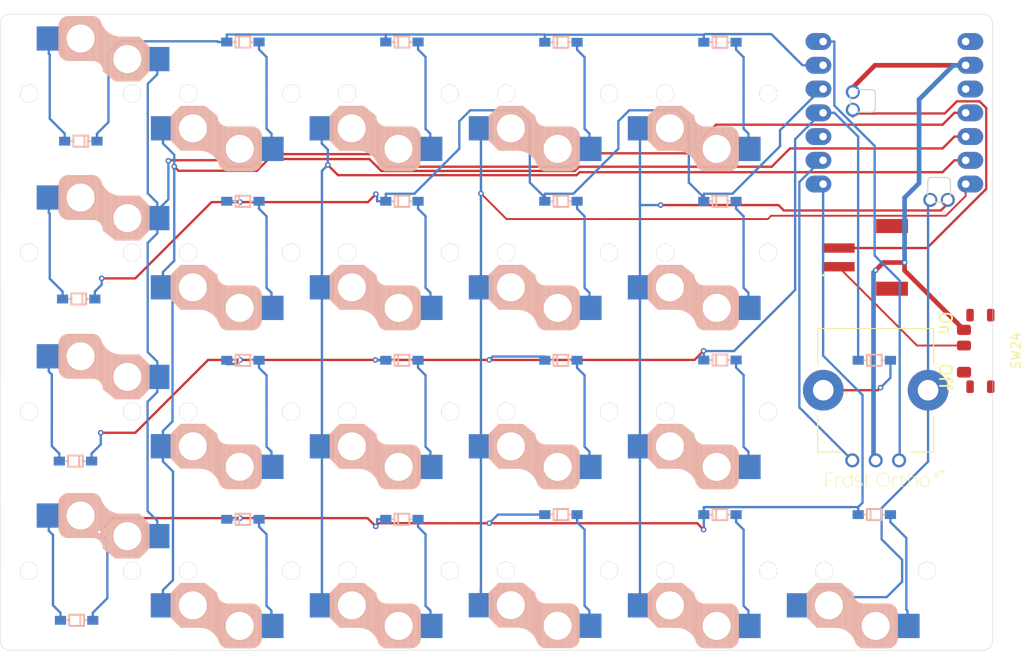
<source format=kicad_pcb>
(kicad_pcb (version 20241229) (generator "pcbnew") (generator_version "9.0")
  (layers (0 "F.Cu" signal) (2 "B.Cu" signal) (13 "F.Paste" user) (15 "B.Paste" user) (5 "F.SilkS" user "F.Silkscreen") (7 "B.SilkS" user "B.Silkscreen") (1 "F.Mask" user) (3 "B.Mask" user) (25 "Edge.Cuts" user))
  (net 0 "")
  (net 1 "Bat")
  (net 2 "Net-(B1--)")
  (net 3 "Net-(D1-A)")
  (net 4 "Row0")
  (net 5 "Net-(D2-A)")
  (net 6 "Row1")
  (net 7 "Net-(D3-A)")
  (net 8 "Row2")
  (net 9 "Net-(D4-A)")
  (net 10 "Row3")
  (net 11 "Net-(D5-A)")
  (net 12 "Net-(D6-A)")
  (net 13 "Net-(D7-A)")
  (net 14 "Net-(D8-A)")
  (net 15 "Net-(D9-A)")
  (net 16 "Net-(D10-A)")
  (net 17 "Net-(D11-A)")
  (net 18 "Net-(D12-A)")
  (net 19 "Net-(D13-A)")
  (net 20 "Net-(D14-A)")
  (net 21 "Net-(D15-A)")
  (net 22 "Net-(D16-A)")
  (net 23 "Net-(D17-A)")
  (net 24 "Net-(D18-A)")
  (net 25 "Net-(D19-A)")
  (net 26 "Net-(D20-A)")
  (net 27 "Net-(D21-A)")
  (net 28 "Col0")
  (net 29 "Col1")
  (net 30 "Col2")
  (net 31 "Col3")
  (net 32 "Col4")
  (net 33 "Col5")
  (net 34 "Net-(D22-A)")
  (net 35 "GND")
  (net 36 "VCC")
  (net 39 "RE_B")
  (net 41 "RE_A1")
  (footprint "roBa:Diode_SMD" (layer "F.Cu") (at 109.5734 23)
    (property "Reference" "D17")
    (property "Value" "D" (hide yes))
  )
  (footprint "roBa:Diode_SMD" (layer "F.Cu") (at 92.5734 57)
    (property "Reference" "D15")
    (property "Value" "D" (hide yes))
  )
  (footprint "Assemble:Choc_Hotswap_1L" (layer "F.Cu") (at 112 28.5)
    (property "Reference" "SW17" (hide yes))
    (property "Value" "SW_PUSH" (hide yes))
  )
  (footprint "Assemble:Choc_Hotswap_1L" (layer "F.Cu") (at 44 28.5 180)
    (property "Reference" "SW1" (hide yes))
    (property "Value" "SW_PUSH" (hide yes))
  )
  (footprint "roBa:Diode_SMD" (layer "F.Cu") (at 109.5734 56.975)
    (property "Reference" "D19")
    (property "Value" "D" (hide yes))
  )
  (footprint "roBa:Diode_SMD" (layer "F.Cu") (at 126.0734 73.5)
    (property "Reference" "D22")
    (property "Value" "D" (hide yes))
  )
  (footprint "roBa:JST_S2B-PH-SM4-TB" (layer "F.Cu") (at 125 46 -90)
    (property "Reference" "B1" (hide yes))
    (property "Value" "BATT")
  )
  (footprint "Assemble:Choc_Hotswap_1L" (layer "F.Cu") (at 95 62.5)
    (property "Reference" "SW15" (hide yes))
    (property "Value" "SW_PUSH" (hide yes))
  )
  (footprint "roBa:Diode_SMD" (layer "F.Cu") (at 75.5734 57)
    (property "Reference" "D11")
    (property "Value" "D" (hide yes))
  )
  (footprint "Assemble:Choc_Hotswap_1L" (layer "F.Cu") (at 95 45.5)
    (property "Reference" "SW14" (hide yes))
    (property "Value" "SW_PUSH" (hide yes))
  )
  (footprint "Assemble:Choc_Hotswap_1L" (layer "F.Cu") (at 61 79.5)
    (property "Reference" "SW8" (hide yes))
    (property "Value" "SW_PUSH" (hide yes))
  )
  (footprint "roBa:XIAO_nRF52840_wBAT_wNFC_1" (layer "F.Cu") (at 131 20.044)
    (property "Reference" "U1" (hide yes))
    (property "Value" "~" (hide yes))
    (fp_line (start -4.707753 9.749447) (end -4.707753 8.708047) (stroke (width 0.12)) (layer "Edge.Cuts"))
    (fp_line (start -4.021953 8.022247) (end -2.421753 8.022247) (stroke (width 0.12)) (layer "Edge.Cuts"))
    (fp_line (start -2.421753 10.435247) (end -4.021953 10.435247) (stroke (width 0.12)) (layer "Edge.Cuts"))
    (fp_line (start -2.040753 8.403247) (end -2.040753 10.054247) (stroke (width 0.12)) (layer "Edge.Cuts"))
    (fp_line (start 3.572247 19.391953) (end 3.572247 17.791753) (stroke (width 0.12)) (layer "Edge.Cuts"))
    (fp_line (start 3.953247 17.410753) (end 5.604247 17.410753) (stroke (width 0.12)) (layer "Edge.Cuts"))
    (fp_line (start 5.299447 20.077753) (end 4.258047 20.077753) (stroke (width 0.12)) (layer "Edge.Cuts"))
    (fp_line (start 5.985247 17.791753) (end 5.985247 19.391953) (stroke (width 0.12)) (layer "Edge.Cuts"))
    (fp_arc (start -4.707753 9.749447) (mid -4.104146 9.831637) (end -4.021953 10.435247) (stroke (width 0.12)) (layer "Edge.Cuts"))
    (fp_arc (start -4.021953 8.022247) (mid -4.104144 8.625856) (end -4.707753 8.708047) (stroke (width 0.12)) (layer "Edge.Cuts"))
    (fp_arc (start -2.421753 8.022247) (mid -2.152342 8.133838) (end -2.040753 8.403247) (stroke (width 0.12)) (layer "Edge.Cuts"))
    (fp_arc (start -2.040753 10.054247) (mid -2.152344 10.323656) (end -2.421753 10.435247) (stroke (width 0.12)) (layer "Edge.Cuts"))
    (fp_arc (start 3.572247 17.791753) (mid 3.683838 17.522342) (end 3.953247 17.410753) (stroke (width 0.12)) (layer "Edge.Cuts"))
    (fp_arc (start 3.572247 19.391953) (mid 4.175856 19.474144) (end 4.258047 20.077753) (stroke (width 0.12)) (layer "Edge.Cuts"))
    (fp_arc (start 5.299447 20.077753) (mid 5.381637 19.474146) (end 5.985247 19.391953) (stroke (width 0.12)) (layer "Edge.Cuts"))
    (fp_arc (start 5.604247 17.410753) (mid 5.873656 17.522344) (end 5.985247 17.791753) (stroke (width 0.12)) (layer "Edge.Cuts"))
  )
  (footprint "roBa:Diode_SMD" (layer "F.Cu") (at 58.5734 22.975)
    (property "Reference" "D5")
    (property "Value" "D" (hide yes))
  )
  (footprint "roBa:Diode_SMD" (layer "F.Cu") (at 126.0734 57)
    (property "Reference" "D21")
    (property "Value" "D" (hide yes))
  )
  (footprint "Assemble:EC12E2440301" (layer "F.Cu") (at 126.5 67.7)
    (property "Reference" "SW21" (hide yes))
    (property "Value" "RotaryEncoder_Switch" (hide yes))
  )
  (footprint "Assemble:Choc_Hotswap_1L" (layer "F.Cu") (at 112 45.5)
    (property "Reference" "SW18" (hide yes))
    (property "Value" "SW_PUSH" (hide yes))
  )
  (footprint "roBa:Diode_SMD" (layer "F.Cu") (at 58.5734 74)
    (property "Reference" "D8")
    (property "Value" "D" (hide yes))
  )
  (footprint "roBa:Diode_SMD" (layer "F.Cu") (at 92.5734 73.5)
    (property "Reference" "D16")
    (property "Value" "D" (hide yes))
  )
  (footprint "Assemble:Choc_Hotswap_1L" (layer "F.Cu") (at 44 45.5 180)
    (property "Reference" "SW2" (hide yes))
    (property "Value" "SW_PUSH" (hide yes))
  )
  (footprint "roBa:Diode_SMD" (layer "F.Cu") (at 58.5734 40)
    (property "Reference" "D6")
    (property "Value" "D" (hide yes))
  )
  (footprint "Assemble:Choc_Hotswap_1L" (layer "F.Cu") (at 95 28.5)
    (property "Reference" "SW13" (hide yes))
    (property "Value" "SW_PUSH" (hide yes))
  )
  (footprint "Assemble:Choc_Hotswap_1L" (layer "F.Cu") (at 112 79.5)
    (property "Reference" "SW20" (hide yes))
    (property "Value" "SW_PUSH" (hide yes))
  )
  (footprint "roBa:Diode_SMD" (layer "F.Cu") (at 109.5734 73.5)
    (property "Reference" "D20")
    (property "Value" "D" (hide yes))
  )
  (footprint "Assemble:Choc_Hotswap_1L" (layer "F.Cu") (at 44 62.475 180)
    (property "Reference" "SW3" (hide yes))
    (property "Value" "SW_PUSH" (hide yes))
  )
  (footprint "Assemble:Choc_Hotswap_1L" (layer "F.Cu") (at 112 62.5)
    (property "Reference" "SW19" (hide yes))
    (property "Value" "SW_PUSH" (hide yes))
  )
  (footprint "Assemble:Choc_Hotswap_1L" (layer "F.Cu") (at 61 62.49)
    (property "Reference" "SW7" (hide yes))
    (property "Value" "SW_PUSH" (hide yes))
  )
  (footprint "roBa:Diode_SMD" (layer "F.Cu") (at 46.3531 84.8 180)
    (property "Reference" "D4")
    (property "Value" "D" (hide yes))
  )
  (footprint "Assemble:Choc_Hotswap_1L" (layer "F.Cu") (at 61 45.5)
    (property "Reference" "SW6" (hide yes))
    (property "Value" "SW_PUSH" (hide yes))
  )
  (footprint "roBa:Diode_SMD" (layer "F.Cu") (at 75.5734 22.975)
    (property "Reference" "D9")
    (property "Value" "D" (hide yes))
  )
  (footprint "roBa:Diode_SMD" (layer "F.Cu") (at 46.8031 33.575 180)
    (property "Reference" "D1")
    (property "Value" "D" (hide yes))
  )
  (footprint "Assemble:Choc_Hotswap_1L" (layer "F.Cu") (at 77.98 28.5)
    (property "Reference" "SW9" (hide yes))
    (property "Value" "SW_PUSH" (hide yes))
  )
  (footprint "Assemble:Choc_Hotswap_1L" (layer "F.Cu") (at 44 79.5 180)
    (property "Reference" "SW4" (hide yes))
    (property "Value" "SW_PUSH" (hide yes))
  )
  (footprint "LOGO" (layer "F.Cu") (at 129.2 75.216118)
    (property "Reference" "G***" (hide yes))
    (property "Value" "LOGO" (hide yes))
  )
  (footprint "Assemble:Choc_Hotswap_1L" (layer "F.Cu") (at 78 79.5)
    (property "Reference" "SW12" (hide yes))
    (property "Value" "SW_PUSH" (hide yes))
  )
  (footprint "roBa:Diode_SMD" (layer "F.Cu") (at 46.5766 50.45 180)
    (property "Reference" "D2")
    (property "Value" "D" (hide yes))
  )
  (footprint "Assemble:Choc_Hotswap_1L" (layer "F.Cu") (at 78 62.5)
    (property "Reference" "SW11" (hide yes))
    (property "Value" "SW_PUSH" (hide yes))
  )
  (footprint "roBa:Diode_SMD" (layer "F.Cu") (at 92.5734 23)
    (property "Reference" "D13")
    (property "Value" "D" (hide yes))
  )
  (footprint "roBa:MSK-12C02" (layer "F.Cu") (at 140.2 56 -90)
    (property "Reference" "SW24")
    (property "Value" "SW_SPDT" (hide yes))
  )
  (footprint "Assemble:Choc_Hotswap_1L" (layer "F.Cu") (at 94.99 79.485)
    (property "Reference" "SW16" (hide yes))
    (property "Value" "SW_PUSH" (hide yes))
  )
  (footprint "Assemble:Choc_Hotswap_1L" (layer "F.Cu") (at 129 79.5)
    (property "Reference" "SW22" (hide yes))
    (property "Value" "SW_PUSH" (hide yes))
  )
  (footprint "roBa:Diode_SMD" (layer "F.Cu") (at 109.5734 40)
    (property "Reference" "D18")
    (property "Value" "D" (hide yes))
  )
  (footprint "Assemble:Choc_Hotswap_1L" (layer "F.Cu") (at 61.01 28.5)
    (property "Reference" "SW5" (hide yes))
    (property "Value" "SW_PUSH" (hide yes))
  )
  (footprint "roBa:Diode_SMD" (layer "F.Cu") (at 58.5734 57)
    (property "Reference" "D7")
    (property "Value" "D" (hide yes))
  )
  (footprint "roBa:Diode_SMD" (layer "F.Cu") (at 75.5734 40)
    (property "Reference" "D10")
    (property "Value" "D" (hide yes))
  )
  (footprint "roBa:Diode_SMD" (layer "F.Cu") (at 75.5734 74)
    (property "Reference" "D12")
    (property "Value" "D" (hide yes))
  )
  (footprint "roBa:Diode_SMD" (layer "F.Cu") (at 92.5734 40)
    (property "Reference" "D14")
    (property "Value" "D" (hide yes))
  )
  (footprint "roBa:Diode_SMD" (layer "F.Cu") (at 46.2281 67.775 180)
    (property "Reference" "D3")
    (property "Value" "D" (hide yes))
  )
  (footprint "Assemble:Choc_Hotswap_1L" (layer "F.Cu") (at 78 45.5)
    (property "Reference" "SW10" (hide yes))
    (property "Value" "SW_PUSH" (hide yes))
  )
  (gr_line (start 36.410916 19.998553) (end 140.5 20) (stroke (width 0.05)) (layer "Edge.Cuts"))
  (gr_line (start 141.503554 20.998553) (end 141.496446 87.001508) (stroke (width 0.05)) (layer "Edge.Cuts"))
  (gr_line (start 35.42181 87.072533) (end 35.407749 20.998553) (stroke (width 0.05)) (layer "Edge.Cuts"))
  (gr_line (start 140.496447 88.001446) (end 36.33747 87.98819) (stroke (width 0.05)) (layer "Edge.Cuts"))
  (gr_arc (start 35.407749 20.998553) (mid 35.700642 20.291446) (end 36.407749 19.998553) (stroke (width 0.05)) (layer "Edge.Cuts"))
  (gr_arc (start 140.5 20) (mid 141.207107 20.292893) (end 141.5 21) (stroke (width 0.05)) (layer "Edge.Cuts"))
  (gr_arc (start 141.496447 87.001446) (mid 141.203554 87.708553) (end 140.496447 88.001446) (stroke (width 0.05)) (layer "Edge.Cuts"))
  (gr_arc (start 36.337467 87.98819) (mid 35.69 87.72) (end 35.42181 87.072533) (stroke (width 0.05)) (layer "Edge.Cuts"))
  (segment (start 140.821 38.671826) (end 134.492826 45) (width 0.25) (layer "F.Cu") (net 1))
  (segment (start 136.386614 30.613386) (end 137.682 29.318) (width 0.25) (layer "F.Cu") (net 1))
  (segment (start 126.555 30.227) (end 126.555 30.234391) (width 0.25) (layer "F.Cu") (net 1))
  (segment (start 137.682 29.318) (end 140.102826 29.318) (width 0.25) (layer "F.Cu") (net 1))
  (segment (start 126.933995 30.613386) (end 136.386614 30.613386) (width 0.25) (layer "F.Cu") (net 1))
  (segment (start 126.555 30.234391) (end 126.933995 30.613386) (width 0.25) (layer "F.Cu") (net 1))
  (segment (start 140.821 30.036174) (end 140.821 38.671826) (width 0.25) (layer "F.Cu") (net 1))
  (segment (start 140.102826 29.318) (end 140.821 30.036174) (width 0.25) (layer "F.Cu") (net 1))
  (segment (start 134.492826 45) (end 125 45) (width 0.25) (layer "F.Cu") (net 1))
  (segment (start 126.555 30.227) (end 126.555 30.9667) (width 0.25) (layer "B.Cu") (net 1))
  (segment (start 138.44 55.425) (end 133.425 55.425) (width 0.2) (layer "F.Cu") (net 2))
  (segment (start 133.425 55.425) (end 125 47) (width 0.2) (layer "F.Cu") (net 2))
  (segment (start 40.6 22.6) (end 40.6 24.2267) (width 0.25) (layer "B.Cu") (net 3))
  (segment (start 42.3 33.575) (end 42.3 32.7733) (width 0.25) (layer "B.Cu") (net 3))
  (segment (start 40.7014 31.1747) (end 42.3 32.7733) (width 0.25) (layer "B.Cu") (net 3))
  (segment (start 40.6 24.2267) (end 40.7014 24.3281) (width 0.25) (layer "B.Cu") (net 3))
  (segment (start 40.7014 24.3281) (end 40.7014 31.1747) (width 0.25) (layer "B.Cu") (net 3))
  (segment (start 93.6265 23) (end 93.6265 22.1983) (width 0.25) (layer "B.Cu") (net 4))
  (segment (start 110.6265 22.3116) (end 110.6265 22.1998) (width 0.25) (layer "B.Cu") (net 4))
  (segment (start 93.6265 22.1983) (end 93.6015 22.1733) (width 0.25) (layer "B.Cu") (net 4))
  (segment (start 58.6235 22.8987) (end 58.6998 22.975) (width 0.25) (layer "B.Cu") (net 4))
  (segment (start 117.8458 22.1315) (end 121.1783 25.464) (width 0.25) (layer "B.Cu") (net 4))
  (segment (start 110.6265 22.1998) (end 110.6948 22.1315) (width 0.25) (layer "B.Cu") (net 4))
  (segment (start 45.75 32.7733) (end 46.9768 31.5465) (width 0.25) (layer "B.Cu") (net 4))
  (segment (start 110.6265 22.1998) (end 110.6265 22.1983) (width 0.25) (layer "B.Cu") (net 4))
  (segment (start 48.2435 22.8987) (end 58.6235 22.8987) (width 0.25) (layer "B.Cu") (net 4))
  (segment (start 46.9768 24.1654) (end 48.2435 22.8987) (width 0.25) (layer "B.Cu") (net 4))
  (segment (start 123.38 25.464) (end 121.1783 25.464) (width 0.25) (layer "B.Cu") (net 4))
  (segment (start 93.6265 22.1983) (end 110.6265 22.1983) (width 0.25) (layer "B.Cu") (net 4))
  (segment (start 76.6265 22.1733) (end 59.6265 22.1733) (width 0.25) (layer "B.Cu") (net 4))
  (segment (start 76.6265 22.975) (end 76.6265 22.1733) (width 0.25) (layer "B.Cu") (net 4))
  (segment (start 93.6015 22.1733) (end 76.6265 22.1733) (width 0.25) (layer "B.Cu") (net 4))
  (segment (start 110.6265 23) (end 110.6265 22.3116) (width 0.25) (layer "B.Cu") (net 4))
  (segment (start 59.6265 22.975) (end 58.6998 22.975) (width 0.25) (layer "B.Cu") (net 4))
  (segment (start 46.9768 31.5465) (end 46.9768 24.1654) (width 0.25) (layer "B.Cu") (net 4))
  (segment (start 45.75 33.575) (end 45.75 32.7733) (width 0.25) (layer "B.Cu") (net 4))
  (segment (start 59.6265 22.975) (end 59.6265 22.1733) (width 0.25) (layer "B.Cu") (net 4))
  (segment (start 110.6948 22.1315) (end 117.8458 22.1315) (width 0.25) (layer "B.Cu") (net 4))
  (segment (start 40.7014 48.2762) (end 42.0735 49.6483) (width 0.25) (layer "B.Cu") (net 5))
  (segment (start 40.6 39.6) (end 40.6 41.2267) (width 0.25) (layer "B.Cu") (net 5))
  (segment (start 42.0735 50.45) (end 42.0735 49.6483) (width 0.25) (layer "B.Cu") (net 5))
  (segment (start 40.7014 41.3281) (end 40.7014 48.2762) (width 0.25) (layer "B.Cu") (net 5))
  (segment (start 40.6 41.2267) (end 40.7014 41.3281) (width 0.25) (layer "B.Cu") (net 5))
  (segment (start 49.8455 48.2453) (end 46.2538 48.2453) (width 0.25) (layer "F.Cu") (net 6))
  (segment (start 61.0543 40.09) (end 74.7198 40.09) (width 0.25) (layer "F.Cu") (net 6))
  (segment (start 58.0008 40.09) (end 49.8455 48.2453) (width 0.25) (layer "F.Cu") (net 6))
  (segment (start 61.0543 40.09) (end 58.0008 40.09) (width 0.25) (layer "F.Cu") (net 6))
  (segment (start 74.7198 40.09) (end 75.5714 39.2384) (width 0.25) (layer "F.Cu") (net 6))
  (via (at 46.2538 48.2453) (size 0.6) (drill 0.3) (layers "F.Cu" "B.Cu") (net 6))
  (via (at 61.0543 40.09) (size 0.6) (drill 0.3) (layers "F.Cu" "B.Cu") (net 6))
  (via (at 75.5714 39.2384) (size 0.6) (drill 0.3) (layers "F.Cu" "B.Cu") (net 6))
  (segment (start 102.656 30.2757) (end 101.4895 31.4422) (width 0.25) (layer "B.Cu") (net 6))
  (segment (start 75.6998 39.3668) (end 75.6998 40) (width 0.25) (layer "B.Cu") (net 6))
  (segment (start 123.1744 28.004) (end 123.38 28.004) (width 0.25) (layer "B.Cu") (net 6))
  (segment (start 92.0258 37.9984) (end 92.0258 31.5024) (width 0.25) (layer "B.Cu") (net 6))
  (segment (start 46.2538 48.918) (end 45.5235 49.6483) (width 0.25) (layer "B.Cu") (net 6))
  (segment (start 118.7752 32.4032) (end 123.1744 28.004) (width 0.25) (layer "B.Cu") (net 6))
  (segment (start 113.6904 39.1983) (end 118.7752 34.1135) (width 0.25) (layer "B.Cu") (net 6))
  (segment (start 79.6755 39.1983) (end 76.6265 39.1983) (width 0.25) (layer "B.Cu") (net 6))
  (segment (start 84.4845 34.3893) (end 79.6755 39.1983) (width 0.25) (layer "B.Cu") (net 6))
  (segment (start 59.6265 40) (end 60.9643 40) (width 0.25) (layer "B.Cu") (net 6))
  (segment (start 75.5714 39.2384) (end 75.6998 39.3668) (width 0.25) (layer "B.Cu") (net 6))
  (segment (start 76.6265 40) (end 75.6998 40) (width 0.25) (layer "B.Cu") (net 6))
  (segment (start 93.6265 40) (end 93.6265 39.5991) (width 0.25) (layer "B.Cu") (net 6))
  (segment (start 96.6786 39.1983) (end 93.6265 39.1983) (width 0.25) (layer "B.Cu") (net 6))
  (segment (start 60.9643 40) (end 61.0543 40.09) (width 0.25) (layer "B.Cu") (net 6))
  (segment (start 76.6265 40) (end 76.6265 39.1983) (width 0.25) (layer "B.Cu") (net 6))
  (segment (start 46.2538 48.2453) (end 46.2538 48.918) (width 0.25) (layer "B.Cu") (net 6))
  (segment (start 93.6265 39.5991) (end 92.0258 37.9984) (width 0.25) (layer "B.Cu") (net 6))
  (segment (start 92.0258 31.5024) (end 90.7991 30.2757) (width 0.25) (layer "B.Cu") (net 6))
  (segment (start 109.0258 31.5024) (end 107.7991 30.2757) (width 0.25) (layer "B.Cu") (net 6))
  (segment (start 109.0258 37.9984) (end 109.0258 31.5024) (width 0.25) (layer "B.Cu") (net 6))
  (segment (start 84.4845 31.4472) (end 84.4845 34.3893) (width 0.25) (layer "B.Cu") (net 6))
  (segment (start 101.4895 34.3874) (end 96.6786 39.1983) (width 0.25) (layer "B.Cu") (net 6))
  (segment (start 110.6265 40) (end 110.6265 39.5991) (width 0.25) (layer "B.Cu") (net 6))
  (segment (start 101.4895 31.4422) (end 101.4895 34.3874) (width 0.25) (layer "B.Cu") (net 6))
  (segment (start 110.6265 39.5991) (end 109.0258 37.9984) (width 0.25) (layer "B.Cu") (net 6))
  (segment (start 85.656 30.2757) (end 84.4845 31.4472) (width 0.25) (layer "B.Cu") (net 6))
  (segment (start 110.6265 39.1983) (end 113.6904 39.1983) (width 0.25) (layer "B.Cu") (net 6))
  (segment (start 118.7752 34.1135) (end 118.7752 32.4032) (width 0.25) (layer "B.Cu") (net 6))
  (segment (start 45.5235 50.45) (end 45.5235 49.6483) (width 0.25) (layer "B.Cu") (net 6))
  (segment (start 90.7991 30.2757) (end 85.656 30.2757) (width 0.25) (layer "B.Cu") (net 6))
  (segment (start 107.7991 30.2757) (end 102.656 30.2757) (width 0.25) (layer "B.Cu") (net 6))
  (segment (start 93.6265 39.5991) (end 93.6265 39.1983) (width 0.25) (layer "B.Cu") (net 6))
  (segment (start 110.6265 39.5991) (end 110.6265 39.1983) (width 0.25) (layer "B.Cu") (net 6))
  (segment (start 40.6 56.575) (end 40.6 58.2017) (width 0.25) (layer "B.Cu") (net 7))
  (segment (start 40.9233 66.1716) (end 41.725 66.9733) (width 0.25) (layer "B.Cu") (net 7))
  (segment (start 40.9233 58.525) (end 40.9233 66.1716) (width 0.25) (layer "B.Cu") (net 7))
  (segment (start 40.6 58.2017) (end 40.9233 58.525) (width 0.25) (layer "B.Cu") (net 7))
  (segment (start 41.725 67.775) (end 41.725 66.9733) (width 0.25) (layer "B.Cu") (net 7))
  (segment (start 49.8466 64.7512) (end 46.1517 64.7512) (width 0.25) (layer "F.Cu") (net 8))
  (segment (start 57.6331 56.9647) (end 49.8466 64.7512) (width 0.25) (layer "F.Cu") (net 8))
  (segment (start 75.509 56.9647) (end 87.6907 56.9647) (width 0.25) (layer "F.Cu") (net 8))
  (segment (start 61.0543 56.9647) (end 57.6331 56.9647) (width 0.25) (layer "F.Cu") (net 8))
  (segment (start 109.6279 56.9647) (end 110.6016 55.991) (width 0.25) (layer "F.Cu") (net 8))
  (segment (start 87.6907 56.9647) (end 109.6279 56.9647) (width 0.25) (layer "F.Cu") (net 8))
  (segment (start 75.509 56.9647) (end 61.0543 56.9647) (width 0.25) (layer "F.Cu") (net 8))
  (via (at 61.0543 56.9647) (size 0.6) (drill 0.3) (layers "F.Cu" "B.Cu") (net 8))
  (via (at 75.509 56.9647) (size 0.6) (drill 0.3) (layers "F.Cu" "B.Cu") (net 8))
  (via (at 46.1517 64.7512) (size 0.6) (drill 0.3) (layers "F.Cu" "B.Cu") (net 8))
  (via (at 110.6016 55.991) (size 0.6) (drill 0.3) (layers "F.Cu" "B.Cu") (net 8))
  (via (at 87.6907 56.9647) (size 0.6) (drill 0.3) (layers "F.Cu" "B.Cu") (net 8))
  (segment (start 123.4554 30.544) (end 123.38 30.544) (width 0.25) (layer "B.Cu") (net 8))
  (segment (start 88.0563 56.5991) (end 87.6907 56.9647) (width 0.25) (layer "B.Cu") (net 8))
  (segment (start 110.6265 56.0159) (end 110.6265 56.975) (width 0.25) (layer "B.Cu") (net 8))
  (segment (start 46.1517 65.9966) (end 45.175 66.9733) (width 0.25) (layer "B.Cu") (net 8))
  (segment (start 75.509 56.9647) (end 75.6645 56.9647) (width 0.25) (layer "B.Cu") (net 8))
  (segment (start 59.6265 57) (end 59.6265 57.4008) (width 0.25) (layer "B.Cu") (net 8))
  (segment (start 124.5817 30.544) (end 127.1265 33.0888) (width 0.25) (layer "B.Cu") (net 8))
  (segment (start 59.6265 57.4008) (end 60.6182 57.4008) (width 0.25) (layer "B.Cu") (net 8))
  (segment (start 123.38 30.544) (end 123.2096 30.544) (width 0.25) (layer "B.Cu") (net 8))
  (segment (start 76.6265 57) (end 75.6998 57) (width 0.25) (layer "B.Cu") (net 8))
  (segment (start 75.6645 56.9647) (end 75.6998 57) (width 0.25) (layer "B.Cu") (net 8))
  (segment (start 45.175 67.775) (end 45.175 66.9733) (width 0.25) (layer "B.Cu") (net 8))
  (segment (start 110.6016 55.991) (end 110.6265 56.0159) (width 0.25) (layer "B.Cu") (net 8))
  (segment (start 93.6265 57) (end 93.6265 56.5991) (width 0.25) (layer "B.Cu") (net 8))
  (segment (start 93.6265 56.5991) (end 88.0563 56.5991) (width 0.25) (layer "B.Cu") (net 8))
  (segment (start 123.2096 30.544) (end 120.3888 33.3648) (width 0.25) (layer "B.Cu") (net 8))
  (segment (start 120.3888 49.4837) (end 113.8566 56.0159) (width 0.25) (layer "B.Cu") (net 8))
  (segment (start 127.1265 33.0888) (end 127.1265 57) (width 0.25) (layer "B.Cu") (net 8))
  (segment (start 120.3888 33.3648) (end 120.3888 49.4837) (width 0.25) (layer "B.Cu") (net 8))
  (segment (start 60.6182 57.4008) (end 61.0543 56.9647) (width 0.25) (layer "B.Cu") (net 8))
  (segment (start 46.1517 64.7512) (end 46.1517 65.9966) (width 0.25) (layer "B.Cu") (net 8))
  (segment (start 123.4554 30.544) (end 124.5817 30.544) (width 0.25) (layer "B.Cu") (net 8))
  (segment (start 113.8566 56.0159) (end 110.6265 56.0159) (width 0.25) (layer "B.Cu") (net 8))
  (segment (start 40.6 75.2267) (end 41.0483 75.675) (width 0.25) (layer "B.Cu") (net 9))
  (segment (start 41.0483 83.1966) (end 41.85 83.9983) (width 0.25) (layer "B.Cu") (net 9))
  (segment (start 41.85 84.8) (end 41.85 83.9983) (width 0.25) (layer "B.Cu") (net 9))
  (segment (start 40.6 73.6) (end 40.6 75.2267) (width 0.25) (layer "B.Cu") (net 9))
  (segment (start 41.0483 75.675) (end 41.0483 83.1966) (width 0.25) (layer "B.Cu") (net 9))
  (segment (start 74.6715 73.8747) (end 61.0543 73.8747) (width 0.25) (layer "F.Cu") (net 10))
  (segment (start 75.5539 74.7571) (end 75.89 74.421) (width 0.25) (layer "F.Cu") (net 10))
  (segment (start 109.9152 74.421) (end 110.6016 75.1074) (width 0.25) (layer "F.Cu") (net 10))
  (segment (start 61.0543 73.8747) (end 47.4735 73.8747) (width 0.25) (layer "F.Cu") (net 10))
  (segment (start 75.89 74.421) (end 87.6907 74.421) (width 0.25) (layer "F.Cu") (net 10))
  (segment (start 47.4735 73.8747) (end 45.9938 75.3544) (width 0.25) (layer "F.Cu") (net 10))
  (segment (start 87.6907 74.421) (end 109.9152 74.421) (width 0.25) (layer "F.Cu") (net 10))
  (segment (start 75.5539 74.7571) (end 74.6715 73.8747) (width 0.25) (layer "F.Cu") (net 10))
  (via (at 87.6907 74.421) (size 0.6) (drill 0.3) (layers "F.Cu" "B.Cu") (net 10))
  (via (at 110.6016 75.1074) (size 0.6) (drill 0.3) (layers "F.Cu" "B.Cu") (net 10))
  (via (at 75.5539 74.7571) (size 0.6) (drill 0.3) (layers "F.Cu" "B.Cu") (net 10))
  (via (at 45.9938 75.3544) (size 0.6) (drill 0.3) (layers "F.Cu" "B.Cu") (net 10))
  (via (at 61.0543 73.8747) (size 0.6) (drill 0.3) (layers "F.Cu" "B.Cu") (net 10))
  (segment (start 110.6016 75.1074) (end 110.6265 75.0825) (width 0.25) (layer "B.Cu") (net 10))
  (segment (start 110.6265 75.0825) (end 110.6265 73.5) (width 0.25) (layer "B.Cu") (net 10))
  (segment (start 45.9938 75.3544) (end 46.8582 76.2188) (width 0.25) (layer "B.Cu") (net 10))
  (segment (start 127.1265 72.6983) (end 127.5941 72.2307) (width 0.25) (layer "B.Cu") (net 10))
  (segment (start 93.6265 73.5) (end 88.6117 73.5) (width 0.25) (layer "B.Cu") (net 10))
  (segment (start 127.125 72.6983) (end 110.6265 72.6983) (width 0.25) (layer "B.Cu") (net 10))
  (segment (start 59.6265 74) (end 60.929 74) (width 0.25) (layer "B.Cu") (net 10))
  (segment (start 45.3 84.8) (end 45.3 83.9983) (width 0.25) (layer "B.Cu") (net 10))
  (segment (start 46.8582 76.2188) (end 46.8582 82.4401) (width 0.25) (layer "B.Cu") (net 10))
  (segment (start 110.6265 73.5) (end 110.6265 72.6983) (width 0.25) (layer "B.Cu") (net 10))
  (segment (start 127.1265 72.6998) (end 127.125 72.6983) (width 0.25) (layer "B.Cu") (net 10))
  (segment (start 127.1265 72.7) (end 127.1265 72.6998) (width 0.25) (layer "B.Cu") (net 10))
  (segment (start 127.5941 60.7191) (end 123.38 56.505) (width 0.25) (layer "B.Cu") (net 10))
  (segment (start 127.5941 72.2307) (end 127.5941 60.7191) (width 0.25) (layer "B.Cu") (net 10))
  (segment (start 88.6117 73.5) (end 87.6907 74.421) (width 0.25) (layer "B.Cu") (net 10))
  (segment (start 127.1265 73.5) (end 127.1265 72.7) (width 0.25) (layer "B.Cu") (net 10))
  (segment (start 123.38 56.505) (end 123.38 38.164) (width 0.25) (layer "B.Cu") (net 10))
  (segment (start 46.8582 82.4401) (end 45.3 83.9983) (width 0.25) (layer "B.Cu") (net 10))
  (segment (start 75.6998 74.6112) (end 75.6998 74) (width 0.25) (layer "B.Cu") (net 10))
  (segment (start 60.929 74) (end 61.0543 73.8747) (width 0.25) (layer "B.Cu") (net 10))
  (segment (start 75.5539 74.7571) (end 75.6998 74.6112) (width 0.25) (layer "B.Cu") (net 10))
  (segment (start 76.6265 74) (end 75.6998 74) (width 0.25) (layer "B.Cu") (net 10))
  (segment (start 127.1265 72.6998) (end 127.1265 72.6983) (width 0.25) (layer "B.Cu") (net 10))
  (segment (start 64.41 34.4) (end 64.41 32.7733) (width 0.25) (layer "B.Cu") (net 11))
  (segment (start 63.8782 32.2415) (end 63.8782 24.5784) (width 0.25) (layer "B.Cu") (net 11))
  (segment (start 63.8782 24.5784) (end 63.0765 23.7767) (width 0.25) (layer "B.Cu") (net 11))
  (segment (start 63.0765 22.975) (end 63.0765 23.7767) (width 0.25) (layer "B.Cu") (net 11))
  (segment (start 64.41 32.7733) (end 63.8782 32.2415) (width 0.25) (layer "B.Cu") (net 11))
  (segment (start 63.8782 41.6034) (end 63.8782 49.2515) (width 0.25) (layer "B.Cu") (net 12))
  (segment (start 64.4 51.4) (end 64.4 49.7733) (width 0.25) (layer "B.Cu") (net 12))
  (segment (start 63.0765 40.8017) (end 63.8782 41.6034) (width 0.25) (layer "B.Cu") (net 12))
  (segment (start 63.0765 40) (end 63.0765 40.8017) (width 0.25) (layer "B.Cu") (net 12))
  (segment (start 63.8782 49.2515) (end 64.4 49.7733) (width 0.25) (layer "B.Cu") (net 12))
  (segment (start 63.0765 57) (end 63.0765 57.8017) (width 0.25) (layer "B.Cu") (net 13))
  (segment (start 63.8782 58.6034) (end 63.0765 57.8017) (width 0.25) (layer "B.Cu") (net 13))
  (segment (start 64.4 66.7633) (end 63.8782 66.2415) (width 0.25) (layer "B.Cu") (net 13))
  (segment (start 64.4 68.39) (end 64.4 66.7633) (width 0.25) (layer "B.Cu") (net 13))
  (segment (start 63.8782 66.2415) (end 63.8782 58.6034) (width 0.25) (layer "B.Cu") (net 13))
  (segment (start 63.0765 74.8017) (end 63.8782 75.6034) (width 0.25) (layer "B.Cu") (net 14))
  (segment (start 63.8782 83.2515) (end 64.4 83.7733) (width 0.25) (layer "B.Cu") (net 14))
  (segment (start 64.4 85.4) (end 64.4 83.7733) (width 0.25) (layer "B.Cu") (net 14))
  (segment (start 63.8782 75.6034) (end 63.8782 83.2515) (width 0.25) (layer "B.Cu") (net 14))
  (segment (start 63.0765 74) (end 63.0765 74.8017) (width 0.25) (layer "B.Cu") (net 14))
  (segment (start 81.38 34.4) (end 81.38 32.7733) (width 0.25) (layer "B.Cu") (net 15))
  (segment (start 80.8782 32.2715) (end 81.38 32.7733) (width 0.25) (layer "B.Cu") (net 15))
  (segment (start 80.8782 24.5784) (end 80.8782 32.2715) (width 0.25) (layer "B.Cu") (net 15))
  (segment (start 80.0765 22.975) (end 80.0765 23.7767) (width 0.25) (layer "B.Cu") (net 15))
  (segment (start 80.0765 23.7767) (end 80.8782 24.5784) (width 0.25) (layer "B.Cu") (net 15))
  (segment (start 80.8782 49.2515) (end 81.4 49.7733) (width 0.25) (layer "B.Cu") (net 16))
  (segment (start 80.0765 40.8017) (end 80.8782 41.6034) (width 0.25) (layer "B.Cu") (net 16))
  (segment (start 80.8782 41.6034) (end 80.8782 49.2515) (width 0.25) (layer "B.Cu") (net 16))
  (segment (start 81.4 51.4) (end 81.4 49.7733) (width 0.25) (layer "B.Cu") (net 16))
  (segment (start 80.0765 40) (end 80.0765 40.8017) (width 0.25) (layer "B.Cu") (net 16))
  (segment (start 80.0765 57) (end 80.0765 57.8017) (width 0.25) (layer "B.Cu") (net 17))
  (segment (start 80.8782 58.6034) (end 80.0765 57.8017) (width 0.25) (layer "B.Cu") (net 17))
  (segment (start 81.4 68.4) (end 81.4 66.7733) (width 0.25) (layer "B.Cu") (net 17))
  (segment (start 80.8782 66.2515) (end 80.8782 58.6034) (width 0.25) (layer "B.Cu") (net 17))
  (segment (start 81.4 66.7733) (end 80.8782 66.2515) (width 0.25) (layer "B.Cu") (net 17))
  (segment (start 80.0765 74) (end 80.0765 74.8017) (width 0.25) (layer "B.Cu") (net 18))
  (segment (start 80.8782 75.6034) (end 80.8782 83.2515) (width 0.25) (layer "B.Cu") (net 18))
  (segment (start 80.8782 83.2515) (end 81.4 83.7733) (width 0.25) (layer "B.Cu") (net 18))
  (segment (start 81.4 85.4) (end 81.4 83.7733) (width 0.25) (layer "B.Cu") (net 18))
  (segment (start 80.0765 74.8017) (end 80.8782 75.6034) (width 0.25) (layer "B.Cu") (net 18))
  (segment (start 97.0765 23) (end 97.0765 23.8017) (width 0.25) (layer "B.Cu") (net 19))
  (segment (start 98.4 32.7733) (end 97.8782 32.2515) (width 0.25) (layer "B.Cu") (net 19))
  (segment (start 97.8782 24.6034) (end 97.0765 23.8017) (width 0.25) (layer "B.Cu") (net 19))
  (segment (start 97.8782 32.2515) (end 97.8782 24.6034) (width 0.25) (layer "B.Cu") (net 19))
  (segment (start 98.4 34.4) (end 98.4 32.7733) (width 0.25) (layer "B.Cu") (net 19))
  (segment (start 97.8782 49.2515) (end 97.8782 41.6034) (width 0.25) (layer "B.Cu") (net 20))
  (segment (start 98.4 49.7733) (end 97.8782 49.2515) (width 0.25) (layer "B.Cu") (net 20))
  (segment (start 98.4 51.4) (end 98.4 49.7733) (width 0.25) (layer "B.Cu") (net 20))
  (segment (start 97.8782 41.6034) (end 97.0765 40.8017) (width 0.25) (layer "B.Cu") (net 20))
  (segment (start 97.0765 40) (end 97.0765 40.8017) (width 0.25) (layer "B.Cu") (net 20))
  (segment (start 98.4 68.4) (end 98.4 66.7733) (width 0.25) (layer "B.Cu") (net 21))
  (segment (start 97.8782 58.6034) (end 97.0765 57.8017) (width 0.25) (layer "B.Cu") (net 21))
  (segment (start 97.8782 66.2515) (end 97.8782 58.6034) (width 0.25) (layer "B.Cu") (net 21))
  (segment (start 97.0765 57) (end 97.0765 57.8017) (width 0.25) (layer "B.Cu") (net 21))
  (segment (start 98.4 66.7733) (end 97.8782 66.2515) (width 0.25) (layer "B.Cu") (net 21))
  (segment (start 97.0765 73.5) (end 97.0765 74.3017) (width 0.25) (layer "B.Cu") (net 22))
  (segment (start 97.8782 83.2465) (end 98.39 83.7583) (width 0.25) (layer "B.Cu") (net 22))
  (segment (start 97.0765 74.3017) (end 97.8782 75.1034) (width 0.25) (layer "B.Cu") (net 22))
  (segment (start 97.8782 75.1034) (end 97.8782 83.2465) (width 0.25) (layer "B.Cu") (net 22))
  (segment (start 98.39 85.385) (end 98.39 83.7583) (width 0.25) (layer "B.Cu") (net 22))
  (segment (start 115.4 34.4) (end 115.4 32.7733) (width 0.25) (layer "B.Cu") (net 23))
  (segment (start 115.4 32.7733) (end 114.8782 32.2515) (width 0.25) (layer "B.Cu") (net 23))
  (segment (start 114.0765 23) (end 114.0765 23.8017) (width 0.25) (layer "B.Cu") (net 23))
  (segment (start 114.8782 32.2515) (end 114.8782 24.6034) (width 0.25) (layer "B.Cu") (net 23))
  (segment (start 114.8782 24.6034) (end 114.0765 23.8017) (width 0.25) (layer "B.Cu") (net 23))
  (segment (start 114.8782 41.6034) (end 114.8782 49.2515) (width 0.25) (layer "B.Cu") (net 24))
  (segment (start 114.0765 40.8017) (end 114.8782 41.6034) (width 0.25) (layer "B.Cu") (net 24))
  (segment (start 114.0765 40) (end 114.0765 40.8017) (width 0.25) (layer "B.Cu") (net 24))
  (segment (start 114.8782 49.2515) (end 115.4 49.7733) (width 0.25) (layer "B.Cu") (net 24))
  (segment (start 115.4 51.4) (end 115.4 49.7733) (width 0.25) (layer "B.Cu") (net 24))
  (segment (start 115.4 66.7733) (end 114.8782 66.2515) (width 0.25) (layer "B.Cu") (net 25))
  (segment (start 114.8782 58.5784) (end 114.0765 57.7767) (width 0.25) (layer "B.Cu") (net 25))
  (segment (start 115.4 68.4) (end 115.4 66.7733) (width 0.25) (layer "B.Cu") (net 25))
  (segment (start 114.0765 56.975) (end 114.0765 57.7767) (width 0.25) (layer "B.Cu") (net 25))
  (segment (start 114.8782 66.2515) (end 114.8782 58.5784) (width 0.25) (layer "B.Cu") (net 25))
  (segment (start 114.0765 73.5) (end 114.0765 74.3017) (width 0.25) (layer "B.Cu") (net 26))
  (segment (start 114.0765 74.3017) (end 114.8782 75.1034) (width 0.25) (layer "B.Cu") (net 26))
  (segment (start 114.8782 83.2515) (end 115.4 83.7733) (width 0.25) (layer "B.Cu") (net 26))
  (segment (start 115.4 85.4) (end 115.4 83.7733) (width 0.25) (layer "B.Cu") (net 26))
  (segment (start 114.8782 75.1034) (end 114.8782 83.2515) (width 0.25) (layer "B.Cu") (net 26))
  (segment (start 129.2522 60.2) (end 129.5221 59.9301) (width 0.25) (layer "F.Cu") (net 27))
  (segment (start 123.4 60.2) (end 129.2522 60.2) (width 0.25) (layer "F.Cu") (net 27))
  (via (at 129.5221 59.9301) (size 0.6) (drill 0.3) (layers "F.Cu" "B.Cu") (net 27))
  (segment (start 129.5221 59.9301) (end 130.5765 58.8757) (width 0.25) (layer "B.Cu") (net 27))
  (segment (start 130.5765 58.8757) (end 130.5765 57) (width 0.25) (layer "B.Cu") (net 27))
  (segment (start 59.8901 36.2881) (end 62.435 36.2881) (width 0.25) (layer "F.Cu") (net 28))
  (segment (start 111.9303 31.8156) (end 136.1467 31.8156) (width 0.25) (layer "F.Cu") (net 28))
  (segment (start 76.5553 36.3072) (end 96.425 36.3072) (width 0.25) (layer "F.Cu") (net 28))
  (segment (start 138.62 30.544) (end 137.4183 30.544) (width 0.25) (layer "F.Cu") (net 28))
  (segment (start 63.7615 34.9616) (end 75.2097 34.9616) (width 0.25) (layer "F.Cu") (net 28))
  (segment (start 62.435 36.2881) (end 63.7615 34.9616) (width 0.25) (layer "F.Cu") (net 28))
  (segment (start 75.2097 34.9616) (end 76.5553 36.3072) (width 0.25) (layer "F.Cu") (net 28))
  (segment (start 96.425 36.3072) (end 97.8593 34.8729) (width 0.25) (layer "F.Cu") (net 28))
  (segment (start 53.3837 35.675) (end 53.444 35.6147) (width 0.25) (layer "F.Cu") (net 28))
  (segment (start 108.873 34.8729) (end 111.9303 31.8156) (width 0.25) (layer "F.Cu") (net 28))
  (segment (start 53.444 35.6147) (end 59.2167 35.6147) (width 0.25) (layer "F.Cu") (net 28))
  (segment (start 97.8593 34.8729) (end 108.873 34.8729) (width 0.25) (layer "F.Cu") (net 28))
  (segment (start 59.2167 35.6147) (end 59.8901 36.2881) (width 0.25) (layer "F.Cu") (net 28))
  (segment (start 136.1467 31.8156) (end 137.4183 30.544) (width 0.25) (layer "F.Cu") (net 28))
  (via (at 53.3837 35.675) (size 0.6) (drill 0.3) (layers "F.Cu" "B.Cu") (net 28))
  (segment (start 52.2 40.9866) (end 53.3837 39.8029) (width 0.25) (layer "B.Cu") (net 28))
  (segment (start 52.2 75.8) (end 52.2 74.1733) (width 0.25) (layer "B.Cu") (net 28))
  (segment (start 52.2 74.1733) (end 51.162 73.1353) (width 0.25) (layer "B.Cu") (net 28))
  (segment (start 52.2 43.4267) (end 51.1733 44.4534) (width 0.25) (layer "B.Cu") (net 28))
  (segment (start 51.162 73.1353) (end 51.162 61.4397) (width 0.25) (layer "B.Cu") (net 28))
  (segment (start 51.1733 56.1216) (end 52.2 57.1483) (width 0.25) (layer "B.Cu") (net 28))
  (segment (start 52.2 58.775) (end 52.2 60.4017) (width 0.25) (layer "B.Cu") (net 28))
  (segment (start 52.2 40.9866) (end 52.2 40.1733) (width 0.25) (layer "B.Cu") (net 28))
  (segment (start 52.2 58.775) (end 52.2 57.1483) (width 0.25) (layer "B.Cu") (net 28))
  (segment (start 51.1833 27.4434) (end 51.1833 39.1566) (width 0.25) (layer "B.Cu") (net 28))
  (segment (start 52.2 24.8) (end 52.2 26.4267) (width 0.25) (layer "B.Cu") (net 28))
  (segment (start 53.3837 39.8029) (end 53.3837 35.675) (width 0.25) (layer "B.Cu") (net 28))
  (segment (start 52.2 26.4267) (end 51.1833 27.4434) (width 0.25) (layer "B.Cu") (net 28))
  (segment (start 51.1833 39.1566) (end 52.2 40.1733) (width 0.25) (layer "B.Cu") (net 28))
  (segment (start 51.162 61.4397) (end 52.2 60.4017) (width 0.25) (layer "B.Cu") (net 28))
  (segment (start 52.2 41.8) (end 52.2 43.4267) (width 0.25) (layer "B.Cu") (net 28))
  (segment (start 52.2 41.8) (end 52.2 40.9866) (width 0.25) (layer "B.Cu") (net 28))
  (segment (start 51.1733 44.4534) (end 51.1733 56.1216) (width 0.25) (layer "B.Cu") (net 28))
  (segment (start 76.1434 36.7589) (end 74.873 35.4885) (width 0.25) (layer "F.Cu") (net 29))
  (segment (start 97.289 36.3072) (end 96.8373 36.7589) (width 0.25) (layer "F.Cu") (net 29))
  (segment (start 64.0986 35.4885) (end 62.8473 36.7398) (width 0.25) (layer "F.Cu") (net 29))
  (segment (start 117.8846 36.3072) (end 97.289 36.3072) (width 0.25) (layer "F.Cu") (net 29))
  (segment (start 119.8378 34.354) (end 117.8846 36.3072) (width 0.25) (layer "F.Cu") (net 29))
  (segment (start 54.4621 36.7398) (end 54.0104 36.2881) (width 0.25) (layer "F.Cu") (net 29))
  (segment (start 136.1483 34.354) (end 119.8378 34.354) (width 0.25) (layer "F.Cu") (net 29))
  (segment (start 62.8473 36.7398) (end 54.4621 36.7398) (width 0.25) (layer "F.Cu") (net 29))
  (segment (start 138.62 33.084) (end 137.4183 33.084) (width 0.25) (layer "F.Cu") (net 29))
  (segment (start 74.873 35.4885) (end 64.0986 35.4885) (width 0.25) (layer "F.Cu") (net 29))
  (segment (start 137.4183 33.084) (end 136.1483 34.354) (width 0.25) (layer "F.Cu") (net 29))
  (segment (start 96.8373 36.7589) (end 76.1434 36.7589) (width 0.25) (layer "F.Cu") (net 29))
  (via (at 54.0104 36.2881) (size 0.6) (drill 0.3) (layers "F.Cu" "B.Cu") (net 29))
  (segment (start 52.8 83.2) (end 52.8 81.5733) (width 0.25) (layer "B.Cu") (net 29))
  (segment (start 52.8 66.19) (end 52.8 64.5633) (width 0.25) (layer "B.Cu") (net 29))
  (segment (start 54.0104 35.0271) (end 52.81 33.8267) (width 0.25) (layer "B.Cu") (net 29))
  (segment (start 52.8 47.5733) (end 54.0104 46.3629) (width 0.25) (layer "B.Cu") (net 29))
  (segment (start 53.8267 49.4133) (end 53.8267 63.5366) (width 0.25) (layer "B.Cu") (net 29))
  (segment (start 53.8764 68.8931) (end 52.8 67.8167) (width 0.25) (layer "B.Cu") (net 29))
  (segment (start 53.8764 80.4969) (end 53.8764 68.8931) (width 0.25) (layer "B.Cu") (net 29))
  (segment (start 52.8 48.3866) (end 52.8 47.5733) (width 0.25) (layer "B.Cu") (net 29))
  (segment (start 52.8 48.3866) (end 53.8267 49.4133) (width 0.25) (layer "B.Cu") (net 29))
  (segment (start 54.0104 36.2881) (end 54.0104 35.0271) (width 0.25) (layer "B.Cu") (net 29))
  (segment (start 52.8 49.2) (end 52.8 48.3866) (width 0.25) (layer "B.Cu") (net 29))
  (segment (start 53.8267 63.5366) (end 52.8 64.5633) (width 0.25) (layer "B.Cu") (net 29))
  (segment (start 54.0104 46.3629) (end 54.0104 36.2881) (width 0.25) (layer "B.Cu") (net 29))
  (segment (start 52.8 81.5733) (end 53.8764 80.4969) (width 0.25) (layer "B.Cu") (net 29))
  (segment (start 52.81 32.2) (end 52.81 33.8267) (width 0.25) (layer "B.Cu") (net 29))
  (segment (start 52.8 66.19) (end 52.8 67.8167) (width 0.25) (layer "B.Cu") (net 29))
  (segment (start 136.1483 36.894) (end 137.4183 35.624) (width 0.25) (layer "F.Cu") (net 30))
  (segment (start 97.0244 37.2106) (end 97.341 36.894) (width 0.25) (layer "F.Cu") (net 30))
  (segment (start 71.5223 37.2106) (end 97.0244 37.2106) (width 0.25) (layer "F.Cu") (net 30))
  (segment (start 70.427 36.1153) (end 71.5223 37.2106) (width 0.25) (layer "F.Cu") (net 30))
  (segment (start 138.62 35.624) (end 137.4183 35.624) (width 0.25) (layer "F.Cu") (net 30))
  (segment (start 97.341 36.894) (end 136.1483 36.894) (width 0.25) (layer "F.Cu") (net 30))
  (via (at 70.427 36.1153) (size 0.6) (drill 0.3) (layers "F.Cu" "B.Cu") (net 30))
  (segment (start 69.8 83.2) (end 69.8 66.2) (width 0.25) (layer "B.Cu") (net 30))
  (segment (start 69.78 32.2) (end 69.78 33.8267) (width 0.25) (layer "B.Cu") (net 30))
  (segment (start 69.8 49.2) (end 69.8 36.7423) (width 0.25) (layer "B.Cu") (net 30))
  (segment (start 70.427 34.4737) (end 69.78 33.8267) (width 0.25) (layer "B.Cu") (net 30))
  (segment (start 70.427 36.1153) (end 70.427 34.4737) (width 0.25) (layer "B.Cu") (net 30))
  (segment (start 69.8 66.2) (end 69.8 49.2) (width 0.25) (layer "B.Cu") (net 30))
  (segment (start 69.8 36.7423) (end 70.427 36.1153) (width 0.25) (layer "B.Cu") (net 30))
  (segment (start 117.821 41.548942) (end 117.468942 41.901) (width 0.2) (layer "F.Cu") (net 31))
  (segment (start 138.62 38.164) (end 138.62 39.437339) (width 0.2) (layer "F.Cu") (net 31))
  (segment (start 89.5287 41.901) (end 86.8 39.1723) (width 0.2) (layer "F.Cu") (net 31))
  (segment (start 117.468942 41.901) (end 89.5287 41.901) (width 0.2) (layer "F.Cu") (net 31))
  (segment (start 136.508397 41.548942) (end 117.821 41.548942) (width 0.2) (layer "F.Cu") (net 31))
  (segment (start 138.62 39.437339) (end 136.508397 41.548942) (width 0.2) (layer "F.Cu") (net 31))
  (via (at 86.8 39.1723) (size 0.6) (drill 0.3) (layers "F.Cu" "B.Cu") (net 31))
  (segment (start 86.8 49.2) (end 86.8 39.1723) (width 0.25) (layer "B.Cu") (net 31))
  (segment (start 86.8 66.2) (end 86.8 81.5483) (width 0.25) (layer "B.Cu") (net 31))
  (segment (start 86.79 83.185) (end 86.79 81.5583) (width 0.25) (layer "B.Cu") (net 31))
  (segment (start 86.8 66.2) (end 86.8 49.2) (width 0.25) (layer "B.Cu") (net 31))
  (segment (start 86.8 39.1723) (end 86.8 32.2) (width 0.25) (layer "B.Cu") (net 31))
  (segment (start 86.8 81.5483) (end 86.79 81.5583) (width 0.25) (layer "B.Cu") (net 31))
  (segment (start 118.6051 40.4087) (end 106.0106 40.4087) (width 0.25) (layer "F.Cu") (net 32))
  (segment (start 136.715 40.2471) (end 135.9786 40.9835) (width 0.25) (layer "F.Cu") (net 32))
  (segment (start 136.715 39.856) (end 136.715 40.2471) (width 0.25) (layer "F.Cu") (net 32))
  (segment (start 119.1799 40.9835) (end 118.6051 40.4087) (width 0.25) (layer "F.Cu") (net 32))
  (segment (start 135.9786 40.9835) (end 119.1799 40.9835) (width 0.25) (layer "F.Cu") (net 32))
  (via (at 106.0106 40.4087) (size 0.6) (drill 0.3) (layers "F.Cu" "B.Cu") (net 32))
  (segment (start 103.8 40.4087) (end 103.8 49.2) (width 0.25) (layer "B.Cu") (net 32))
  (segment (start 103.8 66.2) (end 103.8 49.2) (width 0.25) (layer "B.Cu") (net 32))
  (segment (start 103.8 40.4087) (end 106.0106 40.4087) (width 0.25) (layer "B.Cu") (net 32))
  (segment (start 103.8 83.2) (end 103.8 66.2) (width 0.25) (layer "B.Cu") (net 32))
  (segment (start 103.8 32.2) (end 103.8 40.4087) (width 0.25) (layer "B.Cu") (net 32))
  (segment (start 134.8354 39.856) (end 134.6 40.0914) (width 0.25) (layer "B.Cu") (net 33))
  (segment (start 125.3902 81.3196) (end 122.6804 81.3196) (width 0.25) (layer "B.Cu") (net 33))
  (segment (start 122.6804 81.3196) (end 120.8 83.2) (width 0.25) (layer "B.Cu") (net 33))
  (segment (start 130.171 82.3267) (end 126.3973 82.3267) (width 0.25) (layer "B.Cu") (net 33))
  (segment (start 126.3973 82.3267) (end 125.3902 81.3196) (width 0.25) (layer "B.Cu") (net 33))
  (segment (start 131.8267 80.671) (end 130.171 82.3267) (width 0.25) (layer "B.Cu") (net 33))
  (segment (start 131.8267 78.329) (end 131.8267 80.671) (width 0.25) (layer "B.Cu") (net 33))
  (segment (start 134.6 60.2) (end 134.6 67.8371) (width 0.25) (layer "B.Cu") (net 33))
  (segment (start 134.6 67.8371) (end 129.6361 72.801) (width 0.25) (layer "B.Cu") (net 33))
  (segment (start 129.6361 76.1384) (end 131.8267 78.329) (width 0.25) (layer "B.Cu") (net 33))
  (segment (start 134.6 40.0914) (end 134.6 60.2) (width 0.25) (layer "B.Cu") (net 33))
  (segment (start 129.6361 72.801) (end 129.6361 76.1384) (width 0.25) (layer "B.Cu") (net 33))
  (segment (start 132.2784 83.6517) (end 132.2784 76.0036) (width 0.25) (layer "B.Cu") (net 34))
  (segment (start 132.2784 76.0036) (end 130.5765 74.3017) (width 0.25) (layer "B.Cu") (net 34))
  (segment (start 132.4 83.7733) (end 132.2784 83.6517) (width 0.25) (layer "B.Cu") (net 34))
  (segment (start 132.4 85.4) (end 132.4 83.7733) (width 0.25) (layer "B.Cu") (net 34))
  (segment (start 130.5765 73.5) (end 130.5765 74.3017) (width 0.25) (layer "B.Cu") (net 34))
  (segment (start 128.9977 47.3805) (end 129.8282 46.55) (width 0.5) (layer "F.Cu") (net 35))
  (segment (start 129.8282 46.55) (end 132.0897 46.55) (width 0.5) (layer "F.Cu") (net 35))
  (segment (start 132.0897 47.3997) (end 132.0897 46.55) (width 0.5) (layer "F.Cu") (net 35))
  (segment (start 126.4798 28.2468) (end 126.4798 27.9067) (width 0.5) (layer "F.Cu") (net 35))
  (segment (start 138.44 53.75) (end 132.0897 47.3997) (width 0.5) (layer "F.Cu") (net 35))
  (segment (start 128.9225 25.464) (end 138.62 25.464) (width 0.5) (layer "F.Cu") (net 35))
  (segment (start 126.4798 27.9067) (end 128.9225 25.464) (width 0.5) (layer "F.Cu") (net 35))
  (segment (start 126.555 28.322) (end 126.4798 28.2468) (width 0.5) (layer "F.Cu") (net 35))
  (via (at 132.0897 46.55) (size 0.6) (drill 0.3) (layers "F.Cu" "B.Cu") (net 35))
  (via (at 128.9977 47.3805) (size 0.6) (drill 0.3) (layers "F.Cu" "B.Cu") (net 35))
  (segment (start 128.7704 47.6078) (end 128.7704 67.4704) (width 0.5) (layer "B.Cu") (net 35))
  (segment (start 128.9977 47.3805) (end 128.7704 47.6078) (width 0.5) (layer "B.Cu") (net 35))
  (segment (start 128.7704 67.4704) (end 129 67.7) (width 0.5) (layer "B.Cu") (net 35))
  (segment (start 133.6436 38.056) (end 132.0897 39.6099) (width 0.5) (layer "B.Cu") (net 35))
  (segment (start 138.62 25.464) (end 137.2933 25.464) (width 0.5) (layer "B.Cu") (net 35))
  (segment (start 132.0897 39.6099) (end 132.0897 46.55) (width 0.5) (layer "B.Cu") (net 35))
  (segment (start 137.2933 25.464) (end 133.6436 29.1137) (width 0.5) (layer "B.Cu") (net 35))
  (segment (start 133.6436 29.1137) (end 133.6436 38.056) (width 0.5) (layer "B.Cu") (net 35))
  (segment (start 131.5703 67.6297) (end 131.5 67.7) (width 0.25) (layer "B.Cu") (net 39))
  (segment (start 131.5703 48.4861) (end 131.5703 67.6297) (width 0.25) (layer "B.Cu") (net 39))
  (segment (start 123.38 22.924) (end 124.5817 22.924) (width 0.25) (layer "B.Cu") (net 39))
  (segment (start 124.5817 22.924) (end 124.5817 29.7764) (width 0.25) (layer "B.Cu") (net 39))
  (segment (start 128.8916 45.8074) (end 131.5703 48.4861) (width 0.25) (layer "B.Cu") (net 39))
  (segment (start 128.8916 34.0863) (end 128.8916 45.8074) (width 0.25) (layer "B.Cu") (net 39))
  (segment (start 124.5817 29.7764) (end 128.8916 34.0863) (width 0.25) (layer "B.Cu") (net 39))
  (segment (start 123.1649 35.624) (end 123.38 35.624) (width 0.25) (layer "B.Cu") (net 41))
  (segment (start 120.8405 62.0405) (end 120.8405 37.9484) (width 0.25) (layer "B.Cu") (net 41))
  (segment (start 126.5 67.7) (end 120.8405 62.0405) (width 0.25) (layer "B.Cu") (net 41))
  (segment (start 120.8405 37.9484) (end 123.1649 35.624) (width 0.25) (layer "B.Cu") (net 41))
)
</source>
